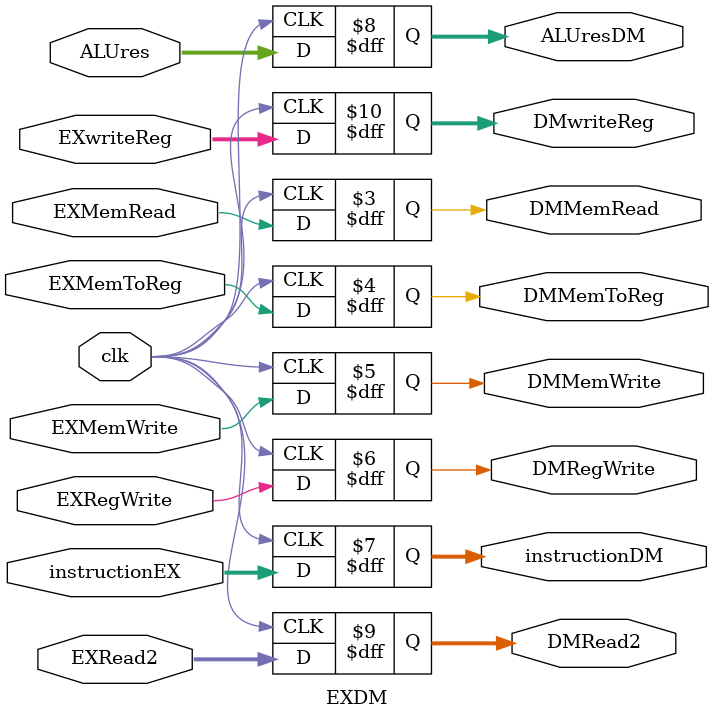
<source format=v>
module EXDM(clk,instructionEX,ALUres,EXMemRead,EXMemToReg,EXMemWrite,EXRegWrite,EXwriteReg,EXRead2,
            instructionDM,ALUresDM,DMMemRead,DMMemToReg,DMMemWrite,DMRegWrite,DMwriteReg,DMRead2);
input clk,EXMemRead,EXMemToReg,EXMemWrite,EXRegWrite;
input[31:0]instructionEX,ALUres,EXRead2;
input[4:0]EXwriteReg;
output DMMemRead,DMMemToReg,DMMemWrite,DMRegWrite;
output[31:0]instructionDM,ALUresDM,DMRead2;
output[4:0]DMwriteReg;
reg DMMemRead,DMMemToReg,DMMemWrite,DMRegWrite;
reg[31:0]instructionDM,ALUresDM,DMRead2;
reg[4:0]DMwriteReg;
initial
  begin
   instructionDM=32'b0;
  end
  always @(posedge clk)
    begin
      begin
      
      DMMemRead<=EXMemRead;
      DMMemToReg<=EXMemToReg;
      DMMemWrite<=EXMemWrite;
      DMRegWrite<=EXRegWrite;
     instructionDM<=instructionEX;
     ALUresDM<=ALUres;
    
     DMRead2<=EXRead2;
     DMwriteReg<=EXwriteReg;
      end
    end
endmodule
</source>
